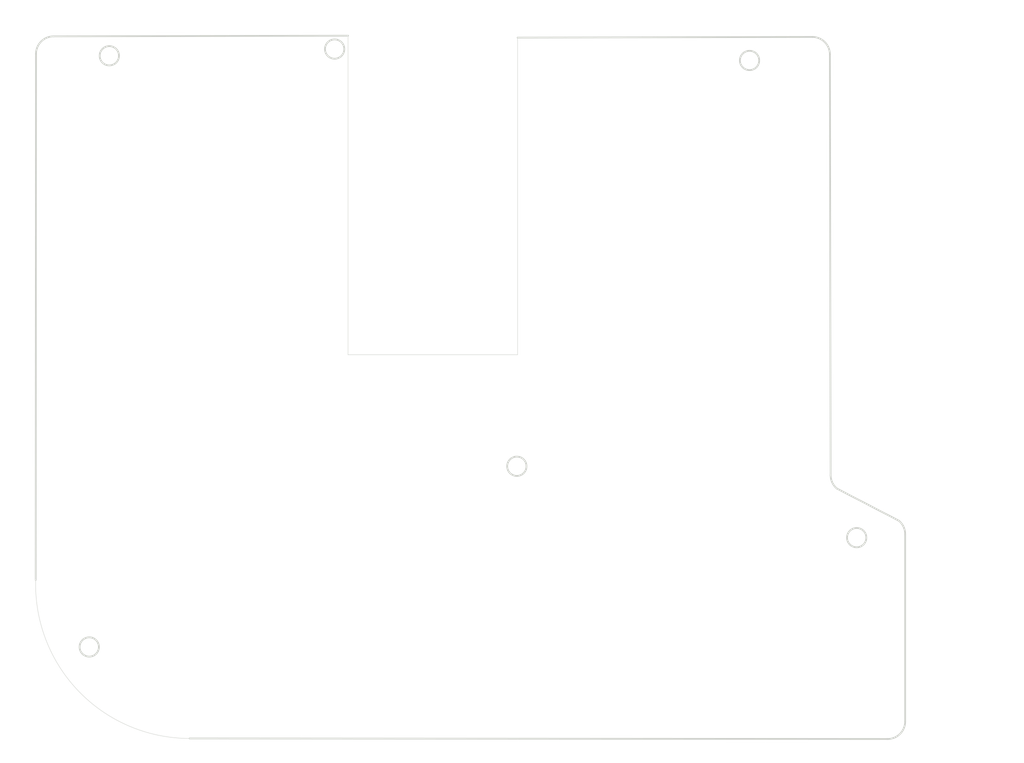
<source format=kicad_pcb>
(kicad_pcb (version 20171130) (host pcbnew 5.1.10)

  (general
    (thickness 1.6)
    (drawings 25)
    (tracks 0)
    (zones 0)
    (modules 0)
    (nets 2)
  )

  (page A4)
  (layers
    (0 F.Cu signal)
    (31 B.Cu signal)
    (32 B.Adhes user)
    (33 F.Adhes user)
    (34 B.Paste user)
    (35 F.Paste user)
    (36 B.SilkS user)
    (37 F.SilkS user)
    (38 B.Mask user)
    (39 F.Mask user)
    (40 Dwgs.User user)
    (41 Cmts.User user)
    (42 Eco1.User user)
    (43 Eco2.User user)
    (44 Edge.Cuts user)
    (45 Margin user)
    (46 B.CrtYd user)
    (47 F.CrtYd user)
    (48 B.Fab user)
    (49 F.Fab user)
  )

  (setup
    (last_trace_width 0.25)
    (trace_clearance 0.2)
    (zone_clearance 0.508)
    (zone_45_only no)
    (trace_min 0.2)
    (via_size 0.8)
    (via_drill 0.4)
    (via_min_size 0.4)
    (via_min_drill 0.3)
    (uvia_size 0.3)
    (uvia_drill 0.1)
    (uvias_allowed no)
    (uvia_min_size 0.2)
    (uvia_min_drill 0.1)
    (edge_width 0.05)
    (segment_width 0.2)
    (pcb_text_width 0.3)
    (pcb_text_size 1.5 1.5)
    (mod_edge_width 0.12)
    (mod_text_size 1 1)
    (mod_text_width 0.15)
    (pad_size 2.032 2.032)
    (pad_drill 1.27)
    (pad_to_mask_clearance 0)
    (aux_axis_origin 0 0)
    (visible_elements FFFFFF7F)
    (pcbplotparams
      (layerselection 0x010fc_ffffffff)
      (usegerberextensions false)
      (usegerberattributes true)
      (usegerberadvancedattributes true)
      (creategerberjobfile true)
      (excludeedgelayer true)
      (linewidth 0.100000)
      (plotframeref false)
      (viasonmask false)
      (mode 1)
      (useauxorigin false)
      (hpglpennumber 1)
      (hpglpenspeed 20)
      (hpglpendiameter 15.000000)
      (psnegative false)
      (psa4output false)
      (plotreference true)
      (plotvalue true)
      (plotinvisibletext false)
      (padsonsilk false)
      (subtractmaskfromsilk false)
      (outputformat 1)
      (mirror false)
      (drillshape 0)
      (scaleselection 1)
      (outputdirectory "left"))
  )

  (net 0 "")
  (net 1 gnd)

  (net_class Default "This is the default net class."
    (clearance 0.2)
    (trace_width 0.25)
    (via_dia 0.8)
    (via_drill 0.4)
    (uvia_dia 0.3)
    (uvia_drill 0.1)
  )

  (gr_line (start 108.999525 18.1764) (end 75.438 18.251802) (layer Edge.Cuts) (width 0.2) (tstamp 60A4D9A8))
  (gr_line (start 74.168 55.372) (end 74.422 18.288) (layer Dwgs.User) (width 0.15))
  (gr_line (start 93.726 55.372) (end 74.168 55.372) (layer Dwgs.User) (width 0.15))
  (gr_line (start 93.726 18.288) (end 93.726 55.372) (layer Dwgs.User) (width 0.15))
  (gr_line (start 75.438 18.251802) (end 75.438 54.356) (layer Edge.Cuts) (width 0.05))
  (gr_line (start 56.134 54.356) (end 75.438 54.356) (layer Edge.Cuts) (width 0.05))
  (gr_line (start 56.134 18.034) (end 56.134 54.356) (layer Edge.Cuts) (width 0.05))
  (gr_circle (center 54.61 19.558) (end 55.71 19.558) (layer Edge.Cuts) (width 0.2) (tstamp 609E3C97))
  (gr_circle (center 75.354 67.056) (end 76.454 67.056) (layer Edge.Cuts) (width 0.2) (tstamp 609E3C95))
  (gr_circle (center 26.67 87.63) (end 27.77 87.63) (layer Edge.Cuts) (width 0.2) (tstamp 609BF49C))
  (gr_arc (start 38.099999 80.51064) (end 20.574 80.002641) (angle -91.66028237) (layer Edge.Cuts) (width 0.05))
  (gr_line (start 111.079999 68.062398) (end 110.998 20.176399) (layer Edge.Cuts) (width 0.2))
  (gr_arc (start 22.609299 20.1087) (end 22.611511 18.109402) (angle -90.0832) (layer Edge.Cuts) (width 0.2))
  (gr_arc (start 117.567999 96.1079) (end 117.567999 98.1079) (angle -90) (layer Edge.Cuts) (width 0.2))
  (gr_arc (start 113.079999 68.062398) (end 111.079999 68.062398) (angle -50.0675) (layer Edge.Cuts) (width 0.2))
  (gr_line (start 118.851768 73.258298) (end 111.79623 69.596) (layer Edge.Cuts) (width 0.2))
  (gr_line (start 56.134 18.034) (end 22.611511 18.109402) (layer Edge.Cuts) (width 0.2))
  (gr_arc (start 117.567999 74.7919) (end 119.567999 74.7919) (angle -50.06750177) (layer Edge.Cuts) (width 0.2))
  (gr_circle (center 28.956 20.32) (end 30.056 20.32) (layer Edge.Cuts) (width 0.2))
  (gr_line (start 20.609999 20.1094) (end 20.574 80.002641) (layer Edge.Cuts) (width 0.2))
  (gr_line (start 38.1 98.044) (end 117.567999 98.1079) (layer Edge.Cuts) (width 0.2))
  (gr_arc (start 108.998 20.176399) (end 110.998 20.176399) (angle -89.9563) (layer Edge.Cuts) (width 0.2))
  (gr_circle (center 101.847999 20.8539) (end 102.947999 20.8539) (layer Edge.Cuts) (width 0.2))
  (gr_line (start 119.567999 96.1079) (end 119.567999 74.7919) (layer Edge.Cuts) (width 0.2))
  (gr_circle (center 114.046 75.184) (end 115.146 75.184) (layer Edge.Cuts) (width 0.2))

  (zone (net 1) (net_name gnd) (layer F.Cu) (tstamp 60A4DFD3) (hatch edge 0.508)
    (connect_pads (clearance 0.508))
    (min_thickness 0.254)
    (fill yes (arc_segments 32) (thermal_gap 0.508) (thermal_bridge_width 0.508))
    (polygon
      (pts
        (xy 121.92 14.986) (xy 133.096 100.838) (xy 17.272 100.076) (xy 17.78 13.97)
      )
    )
  )
  (zone (net 1) (net_name gnd) (layer B.Cu) (tstamp 60A4DFD0) (hatch edge 0.508)
    (connect_pads (clearance 0.508))
    (min_thickness 0.254)
    (fill yes (arc_segments 32) (thermal_gap 0.508) (thermal_bridge_width 0.508))
    (polygon
      (pts
        (xy 121.158 15.494) (xy 127 100.584) (xy 111.252 100.838) (xy 16.51 100.838) (xy 16.51 15.24)
      )
    )
  )
)

</source>
